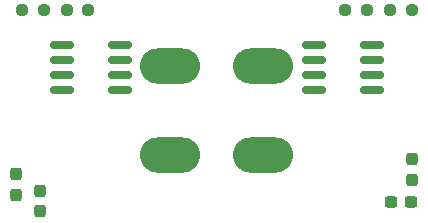
<source format=gbp>
G04 #@! TF.GenerationSoftware,KiCad,Pcbnew,(6.0.7)*
G04 #@! TF.CreationDate,2023-03-21T01:22:40-05:00*
G04 #@! TF.ProjectId,RoveSoMoCo,526f7665-536f-44d6-9f43-6f2e6b696361,rev?*
G04 #@! TF.SameCoordinates,Original*
G04 #@! TF.FileFunction,Paste,Bot*
G04 #@! TF.FilePolarity,Positive*
%FSLAX46Y46*%
G04 Gerber Fmt 4.6, Leading zero omitted, Abs format (unit mm)*
G04 Created by KiCad (PCBNEW (6.0.7)) date 2023-03-21 01:22:40*
%MOMM*%
%LPD*%
G01*
G04 APERTURE LIST*
G04 Aperture macros list*
%AMRoundRect*
0 Rectangle with rounded corners*
0 $1 Rounding radius*
0 $2 $3 $4 $5 $6 $7 $8 $9 X,Y pos of 4 corners*
0 Add a 4 corners polygon primitive as box body*
4,1,4,$2,$3,$4,$5,$6,$7,$8,$9,$2,$3,0*
0 Add four circle primitives for the rounded corners*
1,1,$1+$1,$2,$3*
1,1,$1+$1,$4,$5*
1,1,$1+$1,$6,$7*
1,1,$1+$1,$8,$9*
0 Add four rect primitives between the rounded corners*
20,1,$1+$1,$2,$3,$4,$5,0*
20,1,$1+$1,$4,$5,$6,$7,0*
20,1,$1+$1,$6,$7,$8,$9,0*
20,1,$1+$1,$8,$9,$2,$3,0*%
G04 Aperture macros list end*
%ADD10RoundRect,0.237500X0.250000X0.237500X-0.250000X0.237500X-0.250000X-0.237500X0.250000X-0.237500X0*%
%ADD11RoundRect,0.237500X0.300000X0.237500X-0.300000X0.237500X-0.300000X-0.237500X0.300000X-0.237500X0*%
%ADD12RoundRect,0.237500X0.237500X-0.300000X0.237500X0.300000X-0.237500X0.300000X-0.237500X-0.300000X0*%
%ADD13RoundRect,0.150000X0.825000X0.150000X-0.825000X0.150000X-0.825000X-0.150000X0.825000X-0.150000X0*%
%ADD14RoundRect,0.237500X0.237500X-0.287500X0.237500X0.287500X-0.237500X0.287500X-0.237500X-0.287500X0*%
%ADD15O,5.100000X3.000000*%
%ADD16RoundRect,0.150000X-0.825000X-0.150000X0.825000X-0.150000X0.825000X0.150000X-0.825000X0.150000X0*%
G04 APERTURE END LIST*
D10*
X110721500Y-52578000D03*
X108896500Y-52578000D03*
X79566750Y-52578000D03*
X77741750Y-52578000D03*
D11*
X110717500Y-68834000D03*
X108992500Y-68834000D03*
D12*
X79248000Y-69596000D03*
X79248000Y-67871000D03*
D10*
X106934000Y-52578000D03*
X105109000Y-52578000D03*
D13*
X86041000Y-55499000D03*
X86041000Y-56769000D03*
X86041000Y-58039000D03*
X86041000Y-59309000D03*
X81091000Y-59309000D03*
X81091000Y-58039000D03*
X81091000Y-56769000D03*
X81091000Y-55499000D03*
D10*
X83354250Y-52578000D03*
X81529250Y-52578000D03*
D14*
X110744000Y-66915000D03*
X110744000Y-65165000D03*
D15*
X98171000Y-64834800D03*
X90297000Y-64834800D03*
D16*
X102427000Y-59309000D03*
X102427000Y-58039000D03*
X102427000Y-56769000D03*
X102427000Y-55499000D03*
X107377000Y-55499000D03*
X107377000Y-56769000D03*
X107377000Y-58039000D03*
X107377000Y-59309000D03*
D14*
X77216000Y-68185000D03*
X77216000Y-66435000D03*
D15*
X90297000Y-57283400D03*
X98171000Y-57283400D03*
M02*

</source>
